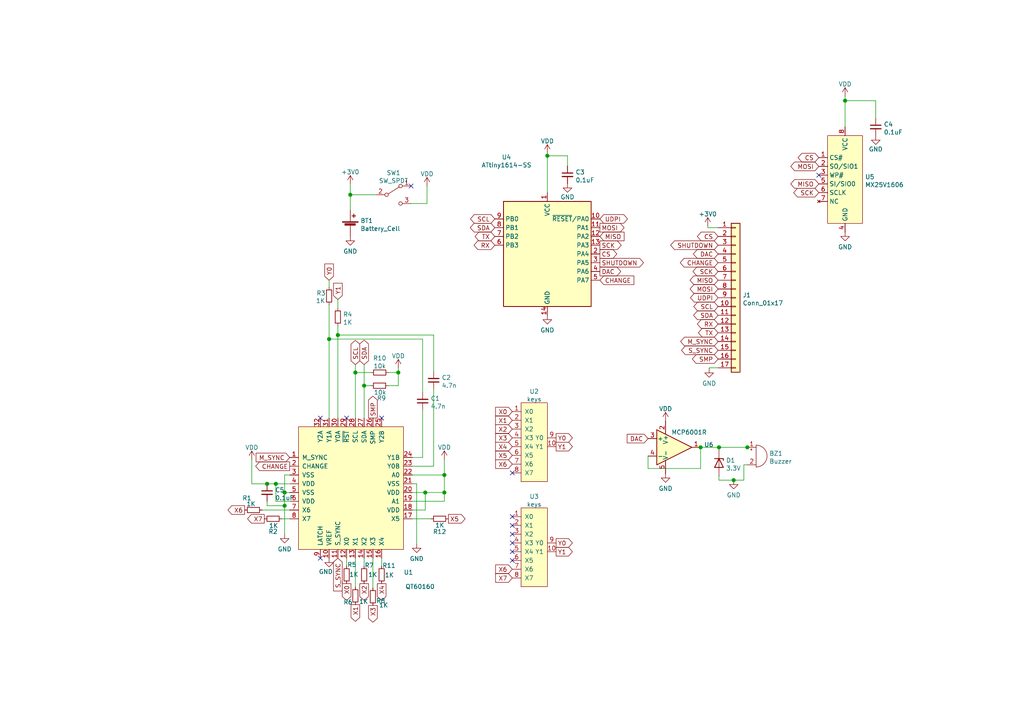
<source format=kicad_sch>
(kicad_sch (version 20210126) (generator eeschema)
  (paper "A4")
  (lib_symbols
    (symbol "Amplifier_Operational:MCP6001R" (pin_names (offset 0.127))
      (property "Reference" "U" (at 0 5.08 0))
      (property "Value" "MCP6001R" (at 0 -5.08 0))
      (symbol "MCP6001R_0_1"
        (polyline (pts (xy -5.08 5.08) (xy 5.08 0) (xy -5.08 -5.08) (xy -5.08 5.08)) (stroke (width 0.254)) (fill (type background)))
        (pin power_in line (at -2.54 7.62 270) (length 3.81) (name "V+") (number "2"))
        (pin power_in line (at -2.54 -7.62 90) (length 3.81) (name "V-") (number "5"))
      )
      (symbol "MCP6001R_1_1"
        (pin output line (at 7.62 0 180) (length 2.54) (name "~") (number "1"))
        (pin input line (at -7.62 2.54 0) (length 2.54) (name "+") (number "3"))
        (pin input line (at -7.62 -2.54 0) (length 2.54) (name "-") (number "4"))
      )
    )
    (symbol "Connector_Generic:Conn_01x17" (pin_names (offset 1.016) hide)
      (property "Reference" "J" (at 0 22.86 0))
      (property "Value" "Conn_01x17" (at 0 -22.86 0))
      (symbol "Conn_01x17_1_1"
        (rectangle (start -1.27 -20.193) (end 0 -20.447) (stroke (width 0.1524)))
        (rectangle (start -1.27 -17.653) (end 0 -17.907) (stroke (width 0.1524)))
        (rectangle (start -1.27 -15.113) (end 0 -15.367) (stroke (width 0.1524)))
        (rectangle (start -1.27 -12.573) (end 0 -12.827) (stroke (width 0.1524)))
        (rectangle (start -1.27 -10.033) (end 0 -10.287) (stroke (width 0.1524)))
        (rectangle (start -1.27 -7.493) (end 0 -7.747) (stroke (width 0.1524)))
        (rectangle (start -1.27 -4.953) (end 0 -5.207) (stroke (width 0.1524)))
        (rectangle (start -1.27 -2.413) (end 0 -2.667) (stroke (width 0.1524)))
        (rectangle (start -1.27 0.127) (end 0 -0.127) (stroke (width 0.1524)))
        (rectangle (start -1.27 2.667) (end 0 2.413) (stroke (width 0.1524)))
        (rectangle (start -1.27 5.207) (end 0 4.953) (stroke (width 0.1524)))
        (rectangle (start -1.27 7.747) (end 0 7.493) (stroke (width 0.1524)))
        (rectangle (start -1.27 10.287) (end 0 10.033) (stroke (width 0.1524)))
        (rectangle (start -1.27 12.827) (end 0 12.573) (stroke (width 0.1524)))
        (rectangle (start -1.27 15.367) (end 0 15.113) (stroke (width 0.1524)))
        (rectangle (start -1.27 17.907) (end 0 17.653) (stroke (width 0.1524)))
        (rectangle (start -1.27 20.447) (end 0 20.193) (stroke (width 0.1524)))
        (rectangle (start -1.27 21.59) (end 1.27 -21.59) (stroke (width 0.254)) (fill (type background)))
        (pin passive line (at -5.08 20.32 0) (length 3.81) (name "Pin_1") (number "1"))
        (pin passive line (at -5.08 -2.54 0) (length 3.81) (name "Pin_10") (number "10"))
        (pin passive line (at -5.08 -5.08 0) (length 3.81) (name "Pin_11") (number "11"))
        (pin passive line (at -5.08 -7.62 0) (length 3.81) (name "Pin_12") (number "12"))
        (pin passive line (at -5.08 -10.16 0) (length 3.81) (name "Pin_13") (number "13"))
        (pin passive line (at -5.08 -12.7 0) (length 3.81) (name "Pin_14") (number "14"))
        (pin passive line (at -5.08 -15.24 0) (length 3.81) (name "Pin_15") (number "15"))
        (pin passive line (at -5.08 -17.78 0) (length 3.81) (name "Pin_16") (number "16"))
        (pin passive line (at -5.08 -20.32 0) (length 3.81) (name "Pin_17") (number "17"))
        (pin passive line (at -5.08 17.78 0) (length 3.81) (name "Pin_2") (number "2"))
        (pin passive line (at -5.08 15.24 0) (length 3.81) (name "Pin_3") (number "3"))
        (pin passive line (at -5.08 12.7 0) (length 3.81) (name "Pin_4") (number "4"))
        (pin passive line (at -5.08 10.16 0) (length 3.81) (name "Pin_5") (number "5"))
        (pin passive line (at -5.08 7.62 0) (length 3.81) (name "Pin_6") (number "6"))
        (pin passive line (at -5.08 5.08 0) (length 3.81) (name "Pin_7") (number "7"))
        (pin passive line (at -5.08 2.54 0) (length 3.81) (name "Pin_8") (number "8"))
        (pin passive line (at -5.08 0 0) (length 3.81) (name "Pin_9") (number "9"))
      )
    )
    (symbol "Device:Battery_Cell" (pin_numbers hide) (pin_names (offset 0) hide)
      (property "Reference" "BT" (at 2.54 2.54 0))
      (property "Value" "Battery_Cell" (at 2.54 0 0))
      (symbol "Battery_Cell_0_1"
        (rectangle (start -2.286 1.778) (end 2.286 1.524) (fill (type outline)))
        (rectangle (start -1.5748 1.1938) (end 1.4732 0.6858) (fill (type outline)))
        (polyline (pts (xy 0 0.762) (xy 0 0)))
        (polyline (pts (xy 0 1.778) (xy 0 2.54)))
        (polyline (pts (xy 0.508 3.429) (xy 1.524 3.429)) (stroke (width 0.254)))
        (polyline (pts (xy 1.016 3.937) (xy 1.016 2.921)) (stroke (width 0.254)))
      )
      (symbol "Battery_Cell_1_1"
        (pin passive line (at 0 5.08 270) (length 2.54) (name "+") (number "1"))
        (pin passive line (at 0 -2.54 90) (length 2.54) (name "-") (number "2"))
      )
    )
    (symbol "Device:Buzzer" (pin_names (offset 0.0254) hide)
      (property "Reference" "BZ" (at 3.81 1.27 0))
      (property "Value" "Buzzer" (at 3.81 -1.27 0))
      (symbol "Buzzer_0_1"
        (arc (start 0 -3.175) (end 0 3.175) (radius (at 0 0) (length 3.175) (angles -89.9 89.9)))
        (polyline (pts (xy -1.651 1.905) (xy -1.143 1.905)))
        (polyline (pts (xy -1.397 2.159) (xy -1.397 1.651)))
        (polyline (pts (xy 0 3.175) (xy 0 -3.175)))
      )
      (symbol "Buzzer_1_1"
        (pin passive line (at -2.54 2.54 0) (length 2.54) (name "-") (number "1"))
        (pin passive line (at -2.54 -2.54 0) (length 2.54) (name "+") (number "2"))
      )
    )
    (symbol "Device:C_Small" (pin_numbers hide) (pin_names (offset 0.254) hide)
      (property "Reference" "C" (at 0.254 1.778 0))
      (property "Value" "C_Small" (at 0.254 -2.032 0))
      (symbol "C_Small_0_1"
        (polyline (pts (xy -1.524 -0.508) (xy 1.524 -0.508)) (stroke (width 0.3302)))
        (polyline (pts (xy -1.524 0.508) (xy 1.524 0.508)) (stroke (width 0.3048)))
      )
      (symbol "C_Small_1_1"
        (pin passive line (at 0 2.54 270) (length 2.032) (name "~") (number "1"))
        (pin passive line (at 0 -2.54 90) (length 2.032) (name "~") (number "2"))
      )
    )
    (symbol "Device:D_Zener" (pin_numbers hide) (pin_names (offset 1.016) hide)
      (property "Reference" "D" (at 0 2.54 0))
      (property "Value" "D_Zener" (at 0 -2.54 0))
      (symbol "D_Zener_0_1"
        (polyline (pts (xy 1.27 0) (xy -1.27 0)))
        (polyline (pts (xy -1.27 -1.27) (xy -1.27 1.27) (xy -0.762 1.27)) (stroke (width 0.254)))
        (polyline (pts (xy 1.27 -1.27) (xy 1.27 1.27) (xy -1.27 0) (xy 1.27 -1.27)) (stroke (width 0.254)))
      )
      (symbol "D_Zener_1_1"
        (pin passive line (at -3.81 0 0) (length 2.54) (name "K") (number "1"))
        (pin passive line (at 3.81 0 180) (length 2.54) (name "A") (number "2"))
      )
    )
    (symbol "Device:R_Small" (pin_numbers hide) (pin_names (offset 0.254) hide)
      (property "Reference" "R" (at 0.762 0.508 0))
      (property "Value" "R_Small" (at 0.762 -1.016 0))
      (symbol "R_Small_0_1"
        (rectangle (start -0.762 1.778) (end 0.762 -1.778) (stroke (width 0.2032)))
      )
      (symbol "R_Small_1_1"
        (pin passive line (at 0 2.54 270) (length 0.762) (name "~") (number "1"))
        (pin passive line (at 0 -2.54 90) (length 0.762) (name "~") (number "2"))
      )
    )
    (symbol "MCU_Microchip_ATtiny:ATtiny1614-SS"
      (property "Reference" "U" (at -12.7 16.51 0))
      (property "Value" "ATtiny1614-SS" (at 2.54 -16.51 0))
      (symbol "ATtiny1614-SS_0_1"
        (rectangle (start -12.7 -15.24) (end 12.7 15.24) (stroke (width 0.254)) (fill (type background)))
      )
      (symbol "ATtiny1614-SS_1_1"
        (pin power_in line (at 0 17.78 270) (length 2.54) (name "VCC") (number "1"))
        (pin bidirectional line (at 15.24 10.16 180) (length 2.54) (name "~RESET~/PA0") (number "10"))
        (pin bidirectional line (at 15.24 7.62 180) (length 2.54) (name "PA1") (number "11"))
        (pin bidirectional line (at 15.24 5.08 180) (length 2.54) (name "PA2") (number "12"))
        (pin bidirectional line (at 15.24 2.54 180) (length 2.54) (name "PA3") (number "13"))
        (pin power_in line (at 0 -17.78 90) (length 2.54) (name "GND") (number "14"))
        (pin bidirectional line (at 15.24 0 180) (length 2.54) (name "PA4") (number "2"))
        (pin bidirectional line (at 15.24 -2.54 180) (length 2.54) (name "PA5") (number "3"))
        (pin bidirectional line (at 15.24 -5.08 180) (length 2.54) (name "PA6") (number "4"))
        (pin bidirectional line (at 15.24 -7.62 180) (length 2.54) (name "PA7") (number "5"))
        (pin bidirectional line (at -15.24 2.54 0) (length 2.54) (name "PB3") (number "6"))
        (pin bidirectional line (at -15.24 5.08 0) (length 2.54) (name "PB2") (number "7"))
        (pin bidirectional line (at -15.24 7.62 0) (length 2.54) (name "PB1") (number "8"))
        (pin bidirectional line (at -15.24 10.16 0) (length 2.54) (name "PB0") (number "9"))
      )
    )
    (symbol "MX25V1606:MX25V1606"
      (property "Reference" "U" (at 2.54 13.97 0))
      (property "Value" "MX25V1606" (at 6.35 -15.24 0))
      (symbol "MX25V1606_0_0"
        (rectangle (start -5.08 12.7) (end 5.08 -12.7) (stroke (width 0.1524)) (fill (type background)))
      )
      (symbol "MX25V1606_1_1"
        (pin input line (at -7.62 6.35 0) (length 2.54) (name "CS#") (number "1"))
        (pin output line (at -7.62 3.81 0) (length 2.54) (name "SO/SIO1") (number "2"))
        (pin input line (at -7.62 1.27 0) (length 2.54) (name "WP#") (number "3"))
        (pin power_in line (at 0 -15.24 90) (length 2.54) (name "GND") (number "4"))
        (pin input line (at -7.62 -1.27 0) (length 2.54) (name "SI/SIO0") (number "5"))
        (pin input line (at -7.62 -3.81 0) (length 2.54) (name "SCLK") (number "6"))
        (pin no_connect line (at -7.62 -6.35 0) (length 2.54) (name "NC") (number "7"))
        (pin power_in line (at 0 15.24 270) (length 2.54) (name "VCC") (number "8"))
      )
    )
    (symbol "QT60160:QT60160" (pin_names (offset 1.016))
      (property "Reference" "U" (at 0 31.75 0))
      (property "Value" "QT60160" (at -1.27 -27.94 0))
      (symbol "QT60160_0_1"
        (rectangle (start -15.24 17.78) (end 15.24 -17.78) (fill (type background)))
      )
      (symbol "QT60160_1_1"
        (pin input line (at -17.78 8.89 0) (length 2.54) (name "M_SYNC") (number "1"))
        (pin input line (at -6.35 -20.32 90) (length 2.54) (name "VREF") (number "10"))
        (pin output line (at -3.81 -20.32 90) (length 2.54) (name "S_SYNC") (number "11"))
        (pin output line (at -1.27 -20.32 90) (length 2.54) (name "X0") (number "12"))
        (pin output line (at 1.27 -20.32 90) (length 2.54) (name "X1") (number "13"))
        (pin output line (at 3.81 -20.32 90) (length 2.54) (name "X2") (number "14"))
        (pin output line (at 6.35 -20.32 90) (length 2.54) (name "X3") (number "15"))
        (pin output line (at 8.89 -20.32 90) (length 2.54) (name "X4") (number "16"))
        (pin output line (at 17.78 -8.89 180) (length 2.54) (name "X5") (number "17"))
        (pin power_in line (at 17.78 -6.35 180) (length 2.54) (name "VDD") (number "18"))
        (pin input line (at 17.78 -3.81 180) (length 2.54) (name "A1") (number "19"))
        (pin output line (at -17.78 6.35 0) (length 2.54) (name "CHANGE") (number "2"))
        (pin power_in line (at 17.78 -1.27 180) (length 2.54) (name "VDD") (number "20"))
        (pin power_in line (at 17.78 1.27 180) (length 2.54) (name "VSS") (number "21"))
        (pin input line (at 17.78 3.81 180) (length 2.54) (name "A0") (number "22"))
        (pin input line (at 17.78 6.35 180) (length 2.54) (name "Y0B") (number "23"))
        (pin input line (at 17.78 8.89 180) (length 2.54) (name "Y1B") (number "24"))
        (pin input line (at 8.89 20.32 270) (length 2.54) (name "Y2B") (number "25"))
        (pin output line (at 6.35 20.32 270) (length 2.54) (name "SMP") (number "26"))
        (pin bidirectional line (at 3.81 20.32 270) (length 2.54) (name "SDA") (number "27"))
        (pin bidirectional line (at 1.27 20.32 270) (length 2.54) (name "SCL") (number "28"))
        (pin input line (at -1.27 20.32 270) (length 2.54) (name "~RST") (number "29"))
        (pin power_in line (at -17.78 3.81 0) (length 2.54) (name "VSS") (number "3"))
        (pin input line (at -3.81 20.32 270) (length 2.54) (name "Y0A") (number "30"))
        (pin input line (at -6.35 20.32 270) (length 2.54) (name "Y1A") (number "31"))
        (pin input line (at -8.89 20.32 270) (length 2.54) (name "Y2A") (number "32"))
        (pin power_in line (at -17.78 1.27 0) (length 2.54) (name "VDD") (number "4"))
        (pin power_in line (at -17.78 -1.27 0) (length 2.54) (name "VSS") (number "5"))
        (pin power_in line (at -17.78 -3.81 0) (length 2.54) (name "VDD") (number "6"))
        (pin output line (at -17.78 -6.35 0) (length 2.54) (name "X6") (number "7"))
        (pin output line (at -17.78 -8.89 0) (length 2.54) (name "X7") (number "8"))
        (pin output line (at -8.89 -20.32 90) (length 2.54) (name "LATCH") (number "9"))
      )
    )
    (symbol "Switch:SW_SPDT" (pin_names (offset 0) hide)
      (property "Reference" "SW" (at 0 4.318 0))
      (property "Value" "SW_SPDT" (at 0 -5.08 0))
      (symbol "SW_SPDT_0_0"
        (circle (center -2.032 0) (radius 0.508))
        (circle (center 2.032 -2.54) (radius 0.508))
      )
      (symbol "SW_SPDT_0_1"
        (circle (center 2.032 2.54) (radius 0.508))
        (polyline (pts (xy -1.524 0.254) (xy 1.651 2.286)))
      )
      (symbol "SW_SPDT_1_1"
        (pin passive line (at 5.08 2.54 180) (length 2.54) (name "A") (number "1"))
        (pin passive line (at -5.08 0 0) (length 2.54) (name "B") (number "2"))
        (pin passive line (at 5.08 -2.54 180) (length 2.54) (name "C") (number "3"))
      )
    )
    (symbol "keyboard-13:keys" (pin_names (offset 1.016))
      (property "Reference" "U" (at 0 13.97 0))
      (property "Value" "keys" (at 0 -13.97 0))
      (symbol "keys_0_1"
        (rectangle (start -3.81 11.43) (end 3.81 -11.43) (fill (type background)))
      )
      (symbol "keys_1_1"
        (pin input line (at -6.35 8.89 0) (length 2.54) (name "X0") (number "1"))
        (pin input line (at 6.35 -1.27 180) (length 2.54) (name "Y1") (number "10"))
        (pin input line (at -6.35 6.35 0) (length 2.54) (name "X1") (number "2"))
        (pin input line (at -6.35 3.81 0) (length 2.54) (name "X2") (number "3"))
        (pin input line (at -6.35 1.27 0) (length 2.54) (name "X3") (number "4"))
        (pin input line (at -6.35 -1.27 0) (length 2.54) (name "X4") (number "5"))
        (pin input line (at -6.35 -3.81 0) (length 2.54) (name "X5") (number "6"))
        (pin input line (at -6.35 -6.35 0) (length 2.54) (name "X6") (number "7"))
        (pin input line (at -6.35 -8.89 0) (length 2.54) (name "X7") (number "8"))
        (pin input line (at 6.35 1.27 180) (length 2.54) (name "Y0") (number "9"))
      )
    )
    (symbol "keyboard-13:keys_1" (pin_names (offset 1.016))
      (property "Reference" "U" (at 0 13.97 0))
      (property "Value" "keys" (at 0 -13.97 0))
      (symbol "keys_1_0_1"
        (rectangle (start -3.81 11.43) (end 3.81 -11.43) (fill (type background)))
      )
      (symbol "keys_1_1_1"
        (pin input line (at -6.35 8.89 0) (length 2.54) (name "X0") (number "1"))
        (pin input line (at 6.35 -1.27 180) (length 2.54) (name "Y1") (number "10"))
        (pin input line (at -6.35 6.35 0) (length 2.54) (name "X1") (number "2"))
        (pin input line (at -6.35 3.81 0) (length 2.54) (name "X2") (number "3"))
        (pin input line (at -6.35 1.27 0) (length 2.54) (name "X3") (number "4"))
        (pin input line (at -6.35 -1.27 0) (length 2.54) (name "X4") (number "5"))
        (pin input line (at -6.35 -3.81 0) (length 2.54) (name "X5") (number "6"))
        (pin input line (at -6.35 -6.35 0) (length 2.54) (name "X6") (number "7"))
        (pin input line (at -6.35 -8.89 0) (length 2.54) (name "X7") (number "8"))
        (pin input line (at 6.35 1.27 180) (length 2.54) (name "Y0") (number "9"))
      )
    )
    (symbol "power:+3V0" (power) (pin_names (offset 0))
      (property "Value" "+3V0" (at 0 3.556 0))
      (symbol "+3V0_0_1"
        (polyline (pts (xy -0.762 1.27) (xy 0 2.54)))
        (polyline (pts (xy 0 0) (xy 0 2.54)))
        (polyline (pts (xy 0 2.54) (xy 0.762 1.27)))
      )
      (symbol "+3V0_1_1"
        (pin power_in line (at 0 0 90) (length 0) hide (name "+3V0") (number "1"))
      )
    )
    (symbol "power:GND" (power) (pin_names (offset 0))
      (property "Value" "GND" (at 0 -3.81 0))
      (symbol "GND_0_1"
        (polyline (pts (xy 0 0) (xy 0 -1.27) (xy 1.27 -1.27) (xy 0 -2.54) (xy -1.27 -1.27) (xy 0 -1.27)))
      )
      (symbol "GND_1_1"
        (pin power_in line (at 0 0 270) (length 0) hide (name "GND") (number "1"))
      )
    )
    (symbol "power:VDD" (power) (pin_names (offset 0))
      (property "Value" "VDD" (at 0 3.81 0))
      (symbol "VDD_0_1"
        (polyline (pts (xy -0.762 1.27) (xy 0 2.54)))
        (polyline (pts (xy 0 0) (xy 0 2.54)))
        (polyline (pts (xy 0 2.54) (xy 0.762 1.27)))
      )
      (symbol "VDD_1_1"
        (pin power_in line (at 0 0 90) (length 0) hide (name "VDD") (number "1"))
      )
    )
  )
  (junction (at 77.47 140.335) (diameter 1.016))
  (junction (at 80.01 140.335) (diameter 1.016))
  (junction (at 82.55 142.8496) (diameter 1.016))
  (junction (at 82.55 146.685) (diameter 1.016))
  (junction (at 95.4532 98.3488) (diameter 1.016))
  (junction (at 97.9932 97.1804) (diameter 1.016))
  (junction (at 101.6 56.4896) (diameter 1.016))
  (junction (at 103.0732 108.0516) (diameter 1.016))
  (junction (at 105.6132 111.8616) (diameter 1.016))
  (junction (at 115.5192 108.0516) (diameter 1.016))
  (junction (at 123.3424 142.8496) (diameter 1.016))
  (junction (at 128.8796 137.7696) (diameter 1.016))
  (junction (at 128.8796 142.8496) (diameter 1.016))
  (junction (at 158.75 45.1866) (diameter 1.016))
  (junction (at 203.2 129.7432) (diameter 1.016))
  (junction (at 208.534 129.7432) (diameter 1.016))
  (junction (at 212.8012 139.2682) (diameter 1.016))
  (junction (at 216.7636 129.7432) (diameter 1.016))
  (junction (at 245.11 29.21) (diameter 1.016))
  (no_connect (at 92.9132 121.2596))
  (no_connect (at 92.9132 161.8996))
  (no_connect (at 100.5332 121.2596))
  (no_connect (at 110.6932 121.2596))
  (no_connect (at 119.2276 53.9496))
  (no_connect (at 148.59 137.16))
  (no_connect (at 148.59 149.86))
  (no_connect (at 148.59 152.4))
  (no_connect (at 148.59 154.94))
  (no_connect (at 148.59 157.48))
  (no_connect (at 148.59 160.02))
  (no_connect (at 148.59 162.56))
  (no_connect (at 237.49 50.8))
  (wire (pts (xy 73.025 133.35) (xy 73.025 140.335)))
  (wire (pts (xy 73.025 140.335) (xy 77.47 140.335)))
  (wire (pts (xy 76.0476 147.9296) (xy 84.0232 147.9296)))
  (wire (pts (xy 77.47 140.335) (xy 80.01 140.335)))
  (wire (pts (xy 77.47 145.415) (xy 77.47 146.685)))
  (wire (pts (xy 77.47 146.685) (xy 82.55 146.685)))
  (wire (pts (xy 80.01 140.335) (xy 80.01 145.415)))
  (wire (pts (xy 80.01 140.335) (xy 83.82 140.335)))
  (wire (pts (xy 81.7372 150.4696) (xy 84.0232 150.4696)))
  (wire (pts (xy 82.55 137.7696) (xy 82.55 142.8496)))
  (wire (pts (xy 82.55 142.8496) (xy 82.55 146.685)))
  (wire (pts (xy 82.55 142.8496) (xy 84.0232 142.8496)))
  (wire (pts (xy 82.55 146.685) (xy 82.55 154.94)))
  (wire (pts (xy 83.82 145.415) (xy 80.01 145.415)))
  (wire (pts (xy 84.0232 137.7696) (xy 82.55 137.7696)))
  (wire (pts (xy 95.4532 81.28) (xy 95.4532 83.312)))
  (wire (pts (xy 95.4532 88.392) (xy 95.4532 98.3488)))
  (wire (pts (xy 95.4532 98.3488) (xy 95.4532 121.2596)))
  (wire (pts (xy 97.9932 86.868) (xy 97.9932 89.408)))
  (wire (pts (xy 97.9932 94.488) (xy 97.9932 97.1804)))
  (wire (pts (xy 97.9932 97.1804) (xy 97.9932 121.2596)))
  (wire (pts (xy 100.5332 161.8996) (xy 100.5332 164.1856)))
  (wire (pts (xy 101.6 53.4416) (xy 101.6 56.4896)))
  (wire (pts (xy 101.6 56.4896) (xy 109.0676 56.4896)))
  (wire (pts (xy 101.6 60.96) (xy 101.6 56.4896)))
  (wire (pts (xy 103.0732 105.7656) (xy 103.0732 108.0516)))
  (wire (pts (xy 103.0732 108.0516) (xy 107.5944 108.0516)))
  (wire (pts (xy 103.0732 121.2596) (xy 103.0732 108.0516)))
  (wire (pts (xy 103.0732 161.8996) (xy 103.0732 170.2816)))
  (wire (pts (xy 105.6132 105.7656) (xy 105.6132 111.8616)))
  (wire (pts (xy 105.6132 111.8616) (xy 107.5436 111.8616)))
  (wire (pts (xy 105.6132 121.2596) (xy 105.6132 111.8616)))
  (wire (pts (xy 105.6132 161.8996) (xy 105.6132 164.1856)))
  (wire (pts (xy 108.1532 161.8996) (xy 108.1532 170.5356)))
  (wire (pts (xy 110.6932 161.8996) (xy 110.6932 164.1856)))
  (wire (pts (xy 112.6236 111.8616) (xy 115.5192 111.8616)))
  (wire (pts (xy 112.6744 108.0516) (xy 115.5192 108.0516)))
  (wire (pts (xy 115.5192 106.7816) (xy 115.5192 108.0516)))
  (wire (pts (xy 115.5192 111.8616) (xy 115.5192 108.0516)))
  (wire (pts (xy 119.2276 59.0296) (xy 123.8504 59.0296)))
  (wire (pts (xy 119.5832 137.7696) (xy 128.8796 137.7696)))
  (wire (pts (xy 119.5832 140.3096) (xy 120.8532 140.3096)))
  (wire (pts (xy 119.5832 142.8496) (xy 123.3424 142.8496)))
  (wire (pts (xy 119.5832 145.3896) (xy 128.8796 145.3896)))
  (wire (pts (xy 119.5832 147.9296) (xy 123.3424 147.9296)))
  (wire (pts (xy 119.5832 150.4696) (xy 124.968 150.4696)))
  (wire (pts (xy 120.8532 140.3096) (xy 120.8532 157.734)))
  (wire (pts (xy 122.5804 98.3488) (xy 95.4532 98.3488)))
  (wire (pts (xy 122.5804 113.792) (xy 122.5804 98.3488)))
  (wire (pts (xy 122.5804 118.872) (xy 122.5804 132.6896)))
  (wire (pts (xy 122.5804 132.6896) (xy 119.5832 132.6896)))
  (wire (pts (xy 123.3424 142.8496) (xy 128.8796 142.8496)))
  (wire (pts (xy 123.3424 147.9296) (xy 123.3424 142.8496)))
  (wire (pts (xy 123.8504 59.0296) (xy 123.8504 54.0004)))
  (wire (pts (xy 125.7808 97.1804) (xy 97.9932 97.1804)))
  (wire (pts (xy 125.7808 107.7468) (xy 125.7808 97.1804)))
  (wire (pts (xy 125.7808 112.8268) (xy 125.7808 135.2296)))
  (wire (pts (xy 125.7808 135.2296) (xy 119.5832 135.2296)))
  (wire (pts (xy 128.8796 133.2992) (xy 128.8796 137.7696)))
  (wire (pts (xy 128.8796 142.8496) (xy 128.8796 137.7696)))
  (wire (pts (xy 128.8796 145.3896) (xy 128.8796 142.8496)))
  (wire (pts (xy 158.75 44.4754) (xy 158.75 45.1866)))
  (wire (pts (xy 158.75 45.1866) (xy 158.75 55.88)))
  (wire (pts (xy 164.592 45.1866) (xy 158.75 45.1866)))
  (wire (pts (xy 164.592 48.1584) (xy 164.592 45.1866)))
  (wire (pts (xy 187.96 135.89) (xy 187.96 132.2832)))
  (wire (pts (xy 203.2 129.7432) (xy 203.2 135.89)))
  (wire (pts (xy 203.2 129.7432) (xy 208.534 129.7432)))
  (wire (pts (xy 203.2 135.89) (xy 187.96 135.89)))
  (wire (pts (xy 205.2828 66.04) (xy 205.2828 65.6336)))
  (wire (pts (xy 205.6892 106.68) (xy 205.6892 106.8832)))
  (wire (pts (xy 208.28 66.04) (xy 205.2828 66.04)))
  (wire (pts (xy 208.28 106.68) (xy 205.6892 106.68)))
  (wire (pts (xy 208.534 129.7432) (xy 208.534 130.4798)))
  (wire (pts (xy 208.534 129.7432) (xy 216.7636 129.7432)))
  (wire (pts (xy 208.534 138.0998) (xy 208.534 139.2682)))
  (wire (pts (xy 208.534 139.2682) (xy 212.8012 139.2682)))
  (wire (pts (xy 215.7476 134.8232) (xy 215.7476 139.2682)))
  (wire (pts (xy 215.7476 139.2682) (xy 212.8012 139.2682)))
  (wire (pts (xy 216.7636 129.7432) (xy 216.789 129.7432)))
  (wire (pts (xy 216.7636 134.8232) (xy 215.7476 134.8232)))
  (wire (pts (xy 245.11 27.94) (xy 245.11 29.21)))
  (wire (pts (xy 245.11 29.21) (xy 245.11 36.83)))
  (wire (pts (xy 245.11 29.21) (xy 254 29.21)))
  (wire (pts (xy 254 34.29) (xy 254 29.21)))
  (global_label "X6" (shape output) (at 70.9676 147.9296 180) (property "Intersheet References" "${INTERSHEET_REFS}" (effects hide)))
  (global_label "X7" (shape output) (at 76.6572 150.4696 180) (property "Intersheet References" "${INTERSHEET_REFS}" (effects hide)))
  (global_label "M_SYNC" (shape input) (at 84.0232 132.6896 180) (property "Intersheet References" "${INTERSHEET_REFS}" (effects hide)))
  (global_label "CHANGE" (shape output) (at 84.0232 135.2296 180) (property "Intersheet References" "${INTERSHEET_REFS}" (effects hide)))
  (global_label "Y0" (shape input) (at 95.4532 81.28 90) (property "Intersheet References" "${INTERSHEET_REFS}" (effects hide)))
  (global_label "Y1" (shape input) (at 97.9932 86.868 90) (property "Intersheet References" "${INTERSHEET_REFS}" (effects hide)))
  (global_label "S_SYNC" (shape input) (at 97.9932 161.8996 270) (property "Intersheet References" "${INTERSHEET_REFS}" (effects hide)))
  (global_label "X0" (shape output) (at 100.5332 169.2656 270) (property "Intersheet References" "${INTERSHEET_REFS}" (effects hide)))
  (global_label "SCL" (shape bidirectional) (at 103.0732 105.7656 90) (property "Intersheet References" "${INTERSHEET_REFS}" (effects hide)))
  (global_label "X1" (shape output) (at 103.0732 175.3616 270) (property "Intersheet References" "${INTERSHEET_REFS}" (effects hide)))
  (global_label "SDA" (shape bidirectional) (at 105.6132 105.7656 90) (property "Intersheet References" "${INTERSHEET_REFS}" (effects hide)))
  (global_label "X2" (shape output) (at 105.6132 169.2656 270) (property "Intersheet References" "${INTERSHEET_REFS}" (effects hide)))
  (global_label "SMP" (shape output) (at 108.1532 121.2596 90) (property "Intersheet References" "${INTERSHEET_REFS}" (effects hide)))
  (global_label "X3" (shape output) (at 108.1532 175.6156 270) (property "Intersheet References" "${INTERSHEET_REFS}" (effects hide)))
  (global_label "X4" (shape output) (at 110.6932 169.2656 270) (property "Intersheet References" "${INTERSHEET_REFS}" (effects hide)))
  (global_label "X5" (shape output) (at 130.048 150.4696 0) (property "Intersheet References" "${INTERSHEET_REFS}" (effects hide)))
  (global_label "SCL" (shape bidirectional) (at 143.51 63.5 180) (property "Intersheet References" "${INTERSHEET_REFS}" (effects hide)))
  (global_label "SDA" (shape bidirectional) (at 143.51 66.04 180) (property "Intersheet References" "${INTERSHEET_REFS}" (effects hide)))
  (global_label "TX" (shape bidirectional) (at 143.51 68.58 180) (property "Intersheet References" "${INTERSHEET_REFS}" (effects hide)))
  (global_label "RX" (shape bidirectional) (at 143.51 71.12 180) (property "Intersheet References" "${INTERSHEET_REFS}" (effects hide)))
  (global_label "X0" (shape input) (at 148.59 119.38 180) (property "Intersheet References" "${INTERSHEET_REFS}" (effects hide)))
  (global_label "X1" (shape input) (at 148.59 121.92 180) (property "Intersheet References" "${INTERSHEET_REFS}" (effects hide)))
  (global_label "X2" (shape input) (at 148.59 124.46 180) (property "Intersheet References" "${INTERSHEET_REFS}" (effects hide)))
  (global_label "X3" (shape input) (at 148.59 127 180) (property "Intersheet References" "${INTERSHEET_REFS}" (effects hide)))
  (global_label "X4" (shape input) (at 148.59 129.54 180) (property "Intersheet References" "${INTERSHEET_REFS}" (effects hide)))
  (global_label "X5" (shape input) (at 148.59 132.08 180) (property "Intersheet References" "${INTERSHEET_REFS}" (effects hide)))
  (global_label "X6" (shape input) (at 148.59 134.62 180) (property "Intersheet References" "${INTERSHEET_REFS}" (effects hide)))
  (global_label "X6" (shape input) (at 148.59 165.1 180) (property "Intersheet References" "${INTERSHEET_REFS}" (effects hide)))
  (global_label "X7" (shape input) (at 148.59 167.64 180) (property "Intersheet References" "${INTERSHEET_REFS}" (effects hide)))
  (global_label "Y0" (shape output) (at 161.29 127 0) (property "Intersheet References" "${INTERSHEET_REFS}" (effects hide)))
  (global_label "Y1" (shape output) (at 161.29 129.54 0) (property "Intersheet References" "${INTERSHEET_REFS}" (effects hide)))
  (global_label "Y0" (shape output) (at 161.29 157.48 0) (property "Intersheet References" "${INTERSHEET_REFS}" (effects hide)))
  (global_label "Y1" (shape output) (at 161.29 160.02 0) (property "Intersheet References" "${INTERSHEET_REFS}" (effects hide)))
  (global_label "UDPI" (shape bidirectional) (at 173.99 63.5 0) (property "Intersheet References" "${INTERSHEET_REFS}" (effects hide)))
  (global_label "MOSI" (shape output) (at 173.99 66.04 0) (property "Intersheet References" "${INTERSHEET_REFS}" (effects hide)))
  (global_label "MISO" (shape input) (at 173.99 68.58 0) (property "Intersheet References" "${INTERSHEET_REFS}" (effects hide)))
  (global_label "SCK" (shape output) (at 173.99 71.12 0) (property "Intersheet References" "${INTERSHEET_REFS}" (effects hide)))
  (global_label "CS" (shape output) (at 173.99 73.66 0) (property "Intersheet References" "${INTERSHEET_REFS}" (effects hide)))
  (global_label "SHUTDOWN" (shape output) (at 173.99 76.2 0) (property "Intersheet References" "${INTERSHEET_REFS}" (effects hide)))
  (global_label "DAC" (shape output) (at 173.99 78.74 0) (property "Intersheet References" "${INTERSHEET_REFS}" (effects hide)))
  (global_label "CHANGE" (shape input) (at 173.99 81.28 0) (property "Intersheet References" "${INTERSHEET_REFS}" (effects hide)))
  (global_label "DAC" (shape input) (at 187.96 127.2032 180) (property "Intersheet References" "${INTERSHEET_REFS}" (effects hide)))
  (global_label "CS" (shape bidirectional) (at 208.28 68.58 180) (property "Intersheet References" "${INTERSHEET_REFS}" (effects hide)))
  (global_label "SHUTDOWN" (shape bidirectional) (at 208.28 71.12 180) (property "Intersheet References" "${INTERSHEET_REFS}" (effects hide)))
  (global_label "DAC" (shape bidirectional) (at 208.28 73.66 180) (property "Intersheet References" "${INTERSHEET_REFS}" (effects hide)))
  (global_label "CHANGE" (shape bidirectional) (at 208.28 76.2 180) (property "Intersheet References" "${INTERSHEET_REFS}" (effects hide)))
  (global_label "SCK" (shape bidirectional) (at 208.28 78.74 180) (property "Intersheet References" "${INTERSHEET_REFS}" (effects hide)))
  (global_label "MISO" (shape bidirectional) (at 208.28 81.28 180) (property "Intersheet References" "${INTERSHEET_REFS}" (effects hide)))
  (global_label "MOSI" (shape bidirectional) (at 208.28 83.82 180) (property "Intersheet References" "${INTERSHEET_REFS}" (effects hide)))
  (global_label "UDPI" (shape bidirectional) (at 208.28 86.36 180) (property "Intersheet References" "${INTERSHEET_REFS}" (effects hide)))
  (global_label "SCL" (shape bidirectional) (at 208.28 88.9 180) (property "Intersheet References" "${INTERSHEET_REFS}" (effects hide)))
  (global_label "SDA" (shape bidirectional) (at 208.28 91.44 180) (property "Intersheet References" "${INTERSHEET_REFS}" (effects hide)))
  (global_label "RX" (shape bidirectional) (at 208.28 93.98 180) (property "Intersheet References" "${INTERSHEET_REFS}" (effects hide)))
  (global_label "TX" (shape bidirectional) (at 208.28 96.52 180) (property "Intersheet References" "${INTERSHEET_REFS}" (effects hide)))
  (global_label "M_SYNC" (shape bidirectional) (at 208.28 99.06 180) (property "Intersheet References" "${INTERSHEET_REFS}" (effects hide)))
  (global_label "S_SYNC" (shape bidirectional) (at 208.28 101.6 180) (property "Intersheet References" "${INTERSHEET_REFS}" (effects hide)))
  (global_label "SMP" (shape bidirectional) (at 208.28 104.14 180) (property "Intersheet References" "${INTERSHEET_REFS}" (effects hide)))
  (global_label "CS" (shape bidirectional) (at 237.49 45.72 180) (property "Intersheet References" "${INTERSHEET_REFS}" (effects hide)))
  (global_label "MOSI" (shape bidirectional) (at 237.49 48.26 180) (property "Intersheet References" "${INTERSHEET_REFS}" (effects hide)))
  (global_label "MISO" (shape bidirectional) (at 237.49 53.34 180) (property "Intersheet References" "${INTERSHEET_REFS}" (effects hide)))
  (global_label "SCK" (shape bidirectional) (at 237.49 55.88 180) (property "Intersheet References" "${INTERSHEET_REFS}" (effects hide)))
  (symbol (lib_id "power:VDD") (at 73.025 133.35 0) (unit 1)
    (property "Reference" "#PWR0102" (effects hide))
    (property "Value" "VDD" (at 73.025 129.8026 0))
  )
  (symbol (lib_id "power:+3V0") (at 101.6 53.4416 0) (unit 1)
    (property "Reference" "#PWR0108" (effects hide))
    (property "Value" "+3V0" (at 101.6 49.8942 0))
  )
  (symbol (lib_id "power:VDD") (at 115.5192 106.7816 0) (unit 1)
    (property "Reference" "#PWR0101" (effects hide))
    (property "Value" "VDD" (at 115.5192 103.2342 0))
  )
  (symbol (lib_id "power:VDD") (at 123.8504 54.0004 0) (unit 1)
    (property "Reference" "#PWR0107" (effects hide))
    (property "Value" "VDD" (at 123.8504 50.453 0))
  )
  (symbol (lib_id "power:VDD") (at 128.8796 133.2992 0) (unit 1)
    (property "Reference" "#PWR0104" (effects hide))
    (property "Value" "VDD" (at 128.8796 129.7518 0))
  )
  (symbol (lib_id "power:VDD") (at 158.75 44.4754 0) (unit 1)
    (property "Reference" "#PWR0117" (effects hide))
    (property "Value" "VDD" (at 158.75 40.928 0))
  )
  (symbol (lib_id "power:VDD") (at 193.04 122.1232 0) (unit 1)
    (property "Reference" "#PWR0114" (effects hide))
    (property "Value" "VDD" (at 193.04 118.5758 0))
  )
  (symbol (lib_id "power:+3V0") (at 205.2828 65.6336 0) (unit 1)
    (property "Reference" "#PWR0113" (effects hide))
    (property "Value" "+3V0" (at 205.2828 62.0862 0))
  )
  (symbol (lib_id "power:VDD") (at 245.11 27.94 0) (unit 1)
    (property "Reference" "#PWR0112" (effects hide))
    (property "Value" "VDD" (at 245.11 24.3926 0))
  )
  (symbol (lib_id "power:GND") (at 82.55 154.94 0) (unit 1)
    (property "Reference" "#PWR0103" (effects hide))
    (property "Value" "GND" (at 82.55 159.2644 0))
  )
  (symbol (lib_id "power:GND") (at 95.4532 161.8996 0) (unit 1)
    (property "Reference" "#PWR0105" (effects hide))
    (property "Value" "GND" (at 94.488 165.8176 0))
  )
  (symbol (lib_id "power:GND") (at 101.6 68.58 0) (unit 1)
    (property "Reference" "#PWR0109" (effects hide))
    (property "Value" "GND" (at 101.6 72.9044 0))
  )
  (symbol (lib_id "power:GND") (at 120.8532 157.734 0) (unit 1)
    (property "Reference" "#PWR0106" (effects hide))
    (property "Value" "GND" (at 120.8532 162.0584 0))
  )
  (symbol (lib_id "power:GND") (at 158.75 91.44 0) (unit 1)
    (property "Reference" "#PWR0110" (effects hide))
    (property "Value" "GND" (at 158.75 95.7644 0))
  )
  (symbol (lib_id "power:GND") (at 164.592 53.2384 0) (unit 1)
    (property "Reference" "#PWR0118" (effects hide))
    (property "Value" "GND" (at 164.592 57.1564 0))
  )
  (symbol (lib_id "power:GND") (at 193.04 137.3632 0) (unit 1)
    (property "Reference" "#PWR0115" (effects hide))
    (property "Value" "GND" (at 193.04 141.6876 0))
  )
  (symbol (lib_id "power:GND") (at 205.6892 106.8832 0) (unit 1)
    (property "Reference" "#PWR0123" (effects hide))
    (property "Value" "GND" (at 205.6892 111.2076 0))
  )
  (symbol (lib_id "power:GND") (at 212.8012 139.2682 0) (unit 1)
    (property "Reference" "#PWR0116" (effects hide))
    (property "Value" "GND" (at 212.8012 143.5926 0))
  )
  (symbol (lib_id "power:GND") (at 245.11 67.31 0) (unit 1)
    (property "Reference" "#PWR0111" (effects hide))
    (property "Value" "GND" (at 245.11 71.6344 0))
  )
  (symbol (lib_id "power:GND") (at 254 39.37 0) (unit 1)
    (property "Reference" "#PWR0119" (effects hide))
    (property "Value" "GND" (at 254 43.288 0))
  )
  (symbol (lib_id "Device:R_Small") (at 73.5076 147.9296 90) (unit 1)
    (property "Reference" "R1" (at 71.628 144.471 90))
    (property "Value" "1K" (at 72.7964 146.1601 90))
    (property "Footprint" "Resistor_SMD:R_0603_1608Metric" (effects hide))
  )
  (symbol (lib_id "Device:R_Small") (at 79.1972 150.4696 270) (unit 1)
    (property "Reference" "R2" (at 79.1972 154.1738 90))
    (property "Value" "1K" (at 79.3496 152.4593 90))
    (property "Footprint" "Resistor_SMD:R_0603_1608Metric" (effects hide))
  )
  (symbol (lib_id "Device:R_Small") (at 95.4532 85.852 0) (unit 1)
    (property "Reference" "R3" (at 91.7703 85.0403 0) (effects (justify left)))
    (property "Value" "1K" (at 91.6179 87.2374 0) (effects (justify left)))
    (property "Footprint" "Resistor_SMD:R_0603_1608Metric" (effects hide))
  )
  (symbol (lib_id "Device:R_Small") (at 97.9932 91.948 0) (unit 1)
    (property "Reference" "R4" (at 99.4919 91.1871 0) (effects (justify left)))
    (property "Value" "1K" (at 99.4919 93.4858 0) (effects (justify left)))
    (property "Footprint" "Resistor_SMD:R_0603_1608Metric" (effects hide))
  )
  (symbol (lib_id "Device:R_Small") (at 100.5332 166.7256 0) (unit 1)
    (property "Reference" "R5" (at 100.7111 163.7803 0) (effects (justify left)))
    (property "Value" "1K" (at 101.2699 166.6378 0) (effects (justify left)))
    (property "Footprint" "Resistor_SMD:R_0603_1608Metric" (effects hide))
  )
  (symbol (lib_id "Device:R_Small") (at 103.0732 172.8216 0) (unit 1)
    (property "Reference" "R6" (at 99.5935 174.6515 0) (effects (justify left)))
    (property "Value" "1K" (at 104.1147 174.461 0) (effects (justify left)))
    (property "Footprint" "Resistor_SMD:R_0603_1608Metric" (effects hide))
  )
  (symbol (lib_id "Device:R_Small") (at 105.6132 166.7256 0) (unit 1)
    (property "Reference" "R7" (at 105.7403 163.9835 0) (effects (justify left)))
    (property "Value" "1K" (at 106.7563 166.6886 0) (effects (justify left)))
    (property "Footprint" "Resistor_SMD:R_0603_1608Metric" (effects hide))
  )
  (symbol (lib_id "Device:R_Small") (at 108.1532 173.0756 0) (unit 1)
    (property "Reference" "R8" (at 109.0931 174.2451 0) (effects (justify left)))
    (property "Value" "1K" (at 109.9059 175.5278 0) (effects (justify left)))
    (property "Footprint" "Resistor_SMD:R_0603_1608Metric" (effects hide))
  )
  (symbol (lib_id "Device:R_Small") (at 110.0836 111.8616 90) (unit 1)
    (property "Reference" "R9" (at 110.6424 115.4642 90))
    (property "Value" "10k" (at 110.236 113.8005 90))
    (property "Footprint" "Resistor_SMD:R_0603_1608Metric" (effects hide))
  )
  (symbol (lib_id "Device:R_Small") (at 110.1344 108.0516 90) (unit 1)
    (property "Reference" "R10" (at 110.1344 103.8818 90))
    (property "Value" "10k" (at 110.1344 106.1805 90))
    (property "Footprint" "Resistor_SMD:R_0603_1608Metric" (effects hide))
  )
  (symbol (lib_id "Device:R_Small") (at 110.6932 166.7256 0) (unit 1)
    (property "Reference" "R11" (at 110.8711 164.0343 0) (effects (justify left)))
    (property "Value" "1K" (at 111.5823 166.7902 0) (effects (justify left)))
    (property "Footprint" "Resistor_SMD:R_0603_1608Metric" (effects hide))
  )
  (symbol (lib_id "Device:R_Small") (at 127.508 150.4696 90) (unit 1)
    (property "Reference" "R12" (at 127.508 154.2246 90))
    (property "Value" "1K" (at 127.5588 152.3577 90))
    (property "Footprint" "Resistor_SMD:R_0603_1608Metric" (effects hide))
  )
  (symbol (lib_id "Device:C_Small") (at 77.47 142.875 0) (unit 1)
    (property "Reference" "C5" (at 79.7942 142.1141 0) (effects (justify left)))
    (property "Value" "0.1uF" (at 79.7942 144.4128 0) (effects (justify left)))
    (property "Footprint" "Capacitor_SMD:C_0603_1608Metric" (effects hide))
  )
  (symbol (lib_id "Device:C_Small") (at 122.5804 116.332 180) (unit 1)
    (property "Reference" "C1" (at 124.9046 115.5711 0) (effects (justify right)))
    (property "Value" "4.7n" (at 124.9046 117.8698 0) (effects (justify right)))
    (property "Footprint" "Capacitor_SMD:C_0603_1608Metric" (effects hide))
  )
  (symbol (lib_id "Device:C_Small") (at 125.7808 110.2868 180) (unit 1)
    (property "Reference" "C2" (at 128.105 109.5259 0) (effects (justify right)))
    (property "Value" "4.7n" (at 128.105 111.8246 0) (effects (justify right)))
    (property "Footprint" "Capacitor_SMD:C_0603_1608Metric" (effects hide))
  )
  (symbol (lib_id "Device:C_Small") (at 164.592 50.6984 0) (unit 1)
    (property "Reference" "C3" (at 166.9162 49.9375 0) (effects (justify left)))
    (property "Value" "0.1uF" (at 166.9162 52.2362 0) (effects (justify left)))
    (property "Footprint" "Capacitor_SMD:C_0603_1608Metric" (effects hide))
  )
  (symbol (lib_id "Device:C_Small") (at 254 36.83 0) (unit 1)
    (property "Reference" "C4" (at 256.3242 36.0691 0) (effects (justify left)))
    (property "Value" "0.1uF" (at 256.3242 38.3678 0) (effects (justify left)))
    (property "Footprint" "Capacitor_SMD:C_0603_1608Metric" (effects hide))
  )
  (symbol (lib_id "Device:D_Zener") (at 208.534 134.2898 270) (unit 1)
    (property "Reference" "D1" (at 210.5661 133.5289 90) (effects (justify left)))
    (property "Value" "3.3V" (at 210.5661 135.8276 90) (effects (justify left)))
    (property "Footprint" "Diode_SMD:D_SOD-323" (effects hide))
  )
  (symbol (lib_id "Device:Battery_Cell") (at 101.6 66.04 0) (unit 1)
    (property "Reference" "BT1" (at 104.5211 64.0091 0) (effects (justify left)))
    (property "Value" "Battery_Cell" (at 104.5211 66.3078 0) (effects (justify left)))
    (property "Footprint" "Battery:BatteryHolder_Keystone_3034_1x20mm" (effects hide))
  )
  (symbol (lib_id "Device:Buzzer") (at 219.3036 132.2832 0) (unit 1)
    (property "Reference" "BZ1" (at 223.1137 131.5223 0) (effects (justify left)))
    (property "Value" "Buzzer" (at 223.1137 133.821 0) (effects (justify left)))
    (property "Footprint" "Buzzer_Beeper:Buzzer_Murata_PKLCS1212E" (effects hide))
  )
  (symbol (lib_id "Switch:SW_SPDT") (at 114.1476 56.4896 0) (unit 1)
    (property "Reference" "SW1" (at 114.1476 50.1354 0))
    (property "Value" "SW_SPDT" (at 114.1476 52.4341 0))
    (property "Footprint" "Button_Switch_SMD:SW_SPDT_CK-JS102011SAQN" (effects hide))
  )
  (symbol (lib_id "Amplifier_Operational:MCP6001R") (at 195.58 129.7432 0) (unit 1)
    (property "Reference" "U6" (at 204.2161 128.9823 0) (effects (justify left)))
    (property "Value" "MCP6001R" (at 194.7165 125.3882 0) (effects (justify left)))
    (property "Footprint" "Package_TO_SOT_SMD:SOT-23-5" (effects hide))
    (property "Datasheet" "http://ww1.microchip.com/downloads/en/DeviceDoc/21733j.pdf" (effects hide))
  )
  (symbol (lib_id "Connector_Generic:Conn_01x17") (at 213.36 86.36 0) (unit 1)
    (property "Reference" "J1" (at 215.3921 85.5991 0) (effects (justify left)))
    (property "Value" "Conn_01x17" (at 215.3921 87.8978 0) (effects (justify left)))
    (property "Footprint" "keys:01x17_custom" (effects hide))
  )
  (symbol (lib_name "keyboard-13:keys_1") (lib_id "keyboard-13:keys") (at 154.94 128.27 0) (unit 1)
    (property "Reference" "U2" (at 154.94 113.5338 0))
    (property "Value" "keys" (at 154.94 115.8325 0))
    (property "Footprint" "keys:13-keys" (effects hide))
  )
  (symbol (lib_id "keyboard-13:keys") (at 154.94 158.75 0) (unit 1)
    (property "Reference" "U3" (at 154.94 144.0138 0))
    (property "Value" "keys" (at 154.94 146.3125 0))
    (property "Footprint" "keys:3-buttons" (effects hide))
  )
  (symbol (lib_id "MX25V1606:MX25V1606") (at 245.11 52.07 0) (unit 1)
    (property "Reference" "U5" (at 250.9013 51.3091 0) (effects (justify left)))
    (property "Value" "MX25V1606" (at 250.9013 53.6078 0) (effects (justify left)))
    (property "Footprint" "Package_SO:SOP-8_3.9x4.9mm_P1.27mm" (effects hide))
  )
  (symbol (lib_id "MCU_Microchip_ATtiny:ATtiny1614-SS") (at 158.75 73.66 0) (unit 1)
    (property "Reference" "U4" (at 146.9136 45.5888 0))
    (property "Value" "ATtiny1614-SS" (at 146.9136 47.8875 0))
    (property "Footprint" "Package_SO:SOIC-14_3.9x8.7mm_P1.27mm" (effects hide))
    (property "Datasheet" "http://ww1.microchip.com/downloads/en/DeviceDoc/ATtiny1614-data-sheet-40001995A.pdf" (effects hide))
  )
  (symbol (lib_id "QT60160:QT60160") (at 101.8032 141.5796 0) (unit 1)
    (property "Reference" "U1" (at 117.0941 166.0155 0) (effects (justify left)))
    (property "Value" "QT60160" (at 117.5513 170.143 0) (effects (justify left)))
    (property "Footprint" "Package_DFN_QFN:QFN-32-1EP_5x5mm_P0.5mm_EP3.1x3.1mm" (effects hide))
  )
)
</source>
